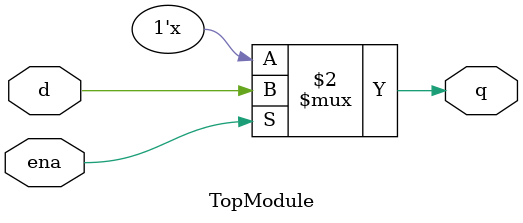
<source format=sv>


module TopModule (
  input d,
  input ena,
  output logic q
);

always @ (ena or d) begin
  if (ena) q <= d;
end

endmodule

</source>
